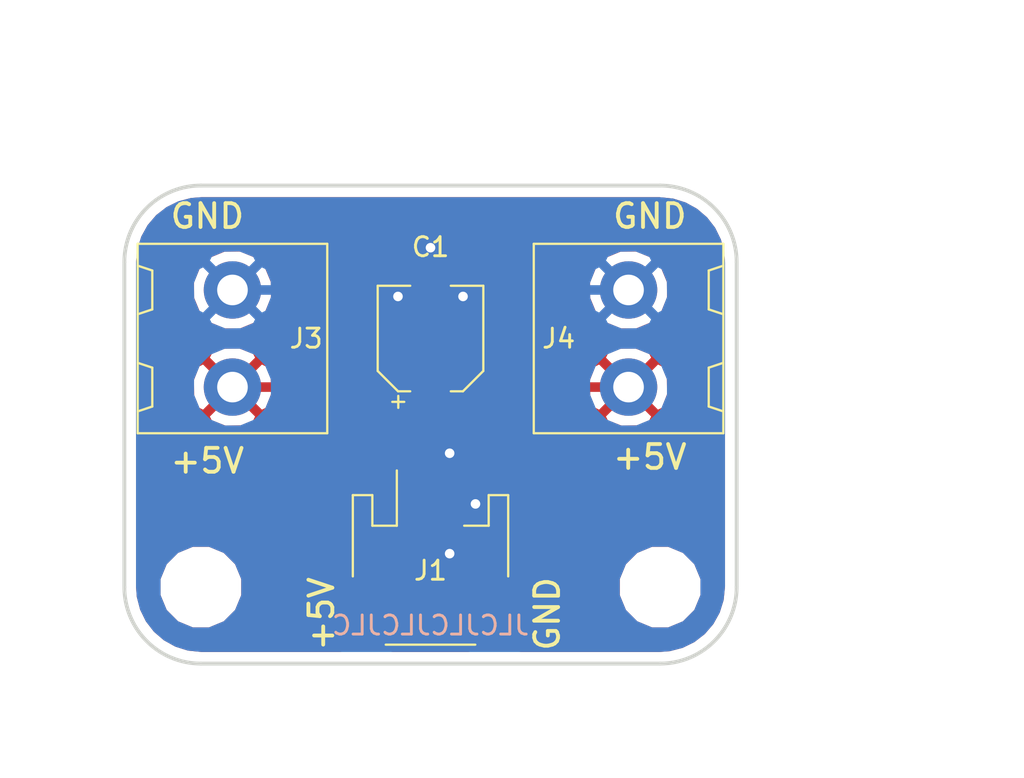
<source format=kicad_pcb>
(kicad_pcb (version 20171130) (host pcbnew 5.0.2-bee76a0~70~ubuntu18.04.1)

  (general
    (thickness 1.6)
    (drawings 17)
    (tracks 39)
    (zones 0)
    (modules 6)
    (nets 3)
  )

  (page A4)
  (layers
    (0 F.Cu signal)
    (31 B.Cu signal)
    (32 B.Adhes user)
    (33 F.Adhes user)
    (34 B.Paste user)
    (35 F.Paste user)
    (36 B.SilkS user)
    (37 F.SilkS user)
    (38 B.Mask user)
    (39 F.Mask user)
    (40 Dwgs.User user)
    (41 Cmts.User user)
    (42 Eco1.User user)
    (43 Eco2.User user)
    (44 Edge.Cuts user)
    (45 Margin user)
    (46 B.CrtYd user)
    (47 F.CrtYd user)
    (48 B.Fab user hide)
    (49 F.Fab user hide)
  )

  (setup
    (last_trace_width 0.25)
    (user_trace_width 0.5)
    (trace_clearance 0.2)
    (zone_clearance 0.508)
    (zone_45_only no)
    (trace_min 0.2)
    (segment_width 0.2)
    (edge_width 0.15)
    (via_size 0.8)
    (via_drill 0.4)
    (via_min_size 0.4)
    (via_min_drill 0.3)
    (user_via 1 0.5)
    (uvia_size 0.3)
    (uvia_drill 0.1)
    (uvias_allowed no)
    (uvia_min_size 0.2)
    (uvia_min_drill 0.1)
    (pcb_text_width 0.3)
    (pcb_text_size 1.5 1.5)
    (mod_edge_width 0.15)
    (mod_text_size 1 1)
    (mod_text_width 0.15)
    (pad_size 1.524 1.524)
    (pad_drill 0.762)
    (pad_to_mask_clearance 0.051)
    (solder_mask_min_width 0.25)
    (aux_axis_origin 0 0)
    (visible_elements FFFFFF7F)
    (pcbplotparams
      (layerselection 0x010f0_ffffffff)
      (usegerberextensions false)
      (usegerberattributes false)
      (usegerberadvancedattributes false)
      (creategerberjobfile false)
      (excludeedgelayer true)
      (linewidth 0.100000)
      (plotframeref false)
      (viasonmask false)
      (mode 1)
      (useauxorigin false)
      (hpglpennumber 1)
      (hpglpenspeed 20)
      (hpglpendiameter 15.000000)
      (psnegative false)
      (psa4output false)
      (plotreference true)
      (plotvalue true)
      (plotinvisibletext false)
      (padsonsilk false)
      (subtractmaskfromsilk false)
      (outputformat 1)
      (mirror false)
      (drillshape 0)
      (scaleselection 1)
      (outputdirectory "gerbers"))
  )

  (net 0 "")
  (net 1 GND)
  (net 2 +5V)

  (net_class Default "This is the default net class."
    (clearance 0.2)
    (trace_width 0.25)
    (via_dia 0.8)
    (via_drill 0.4)
    (uvia_dia 0.3)
    (uvia_drill 0.1)
    (add_net +5V)
    (add_net GND)
  )

  (module Capacitor_SMD:CP_Elec_5x5.3 (layer F.Cu) (tedit 5BCA39CF) (tstamp 5EFF0E06)
    (at 67.5 52 90)
    (descr "SMD capacitor, aluminum electrolytic, Nichicon, 5.0x5.3mm")
    (tags "capacitor electrolytic")
    (path /5EDB5DA8)
    (attr smd)
    (fp_text reference C1 (at 4.785 0 180) (layer F.SilkS)
      (effects (font (size 1 1) (thickness 0.15)))
    )
    (fp_text value CP1 (at 0 3.7 90) (layer F.Fab)
      (effects (font (size 1 1) (thickness 0.15)))
    )
    (fp_circle (center 0 0) (end 2.5 0) (layer F.Fab) (width 0.1))
    (fp_line (start 2.65 -2.65) (end 2.65 2.65) (layer F.Fab) (width 0.1))
    (fp_line (start -1.65 -2.65) (end 2.65 -2.65) (layer F.Fab) (width 0.1))
    (fp_line (start -1.65 2.65) (end 2.65 2.65) (layer F.Fab) (width 0.1))
    (fp_line (start -2.65 -1.65) (end -2.65 1.65) (layer F.Fab) (width 0.1))
    (fp_line (start -2.65 -1.65) (end -1.65 -2.65) (layer F.Fab) (width 0.1))
    (fp_line (start -2.65 1.65) (end -1.65 2.65) (layer F.Fab) (width 0.1))
    (fp_line (start -2.033956 -1.2) (end -1.533956 -1.2) (layer F.Fab) (width 0.1))
    (fp_line (start -1.783956 -1.45) (end -1.783956 -0.95) (layer F.Fab) (width 0.1))
    (fp_line (start 2.76 2.76) (end 2.76 1.06) (layer F.SilkS) (width 0.12))
    (fp_line (start 2.76 -2.76) (end 2.76 -1.06) (layer F.SilkS) (width 0.12))
    (fp_line (start -1.695563 -2.76) (end 2.76 -2.76) (layer F.SilkS) (width 0.12))
    (fp_line (start -1.695563 2.76) (end 2.76 2.76) (layer F.SilkS) (width 0.12))
    (fp_line (start -2.76 1.695563) (end -2.76 1.06) (layer F.SilkS) (width 0.12))
    (fp_line (start -2.76 -1.695563) (end -2.76 -1.06) (layer F.SilkS) (width 0.12))
    (fp_line (start -2.76 -1.695563) (end -1.695563 -2.76) (layer F.SilkS) (width 0.12))
    (fp_line (start -2.76 1.695563) (end -1.695563 2.76) (layer F.SilkS) (width 0.12))
    (fp_line (start -3.625 -1.685) (end -3 -1.685) (layer F.SilkS) (width 0.12))
    (fp_line (start -3.3125 -1.9975) (end -3.3125 -1.3725) (layer F.SilkS) (width 0.12))
    (fp_line (start 2.9 -2.9) (end 2.9 -1.05) (layer F.CrtYd) (width 0.05))
    (fp_line (start 2.9 -1.05) (end 3.95 -1.05) (layer F.CrtYd) (width 0.05))
    (fp_line (start 3.95 -1.05) (end 3.95 1.05) (layer F.CrtYd) (width 0.05))
    (fp_line (start 3.95 1.05) (end 2.9 1.05) (layer F.CrtYd) (width 0.05))
    (fp_line (start 2.9 1.05) (end 2.9 2.9) (layer F.CrtYd) (width 0.05))
    (fp_line (start -1.75 2.9) (end 2.9 2.9) (layer F.CrtYd) (width 0.05))
    (fp_line (start -1.75 -2.9) (end 2.9 -2.9) (layer F.CrtYd) (width 0.05))
    (fp_line (start -2.9 1.75) (end -1.75 2.9) (layer F.CrtYd) (width 0.05))
    (fp_line (start -2.9 -1.75) (end -1.75 -2.9) (layer F.CrtYd) (width 0.05))
    (fp_line (start -2.9 -1.75) (end -2.9 -1.05) (layer F.CrtYd) (width 0.05))
    (fp_line (start -2.9 1.05) (end -2.9 1.75) (layer F.CrtYd) (width 0.05))
    (fp_line (start -2.9 -1.05) (end -3.95 -1.05) (layer F.CrtYd) (width 0.05))
    (fp_line (start -3.95 -1.05) (end -3.95 1.05) (layer F.CrtYd) (width 0.05))
    (fp_line (start -3.95 1.05) (end -2.9 1.05) (layer F.CrtYd) (width 0.05))
    (fp_text user %R (at 0 0 90) (layer F.Fab)
      (effects (font (size 1 1) (thickness 0.15)))
    )
    (pad 1 smd roundrect (at -2.2 0 90) (size 3 1.6) (layers F.Cu F.Paste F.Mask) (roundrect_rratio 0.15625)
      (net 2 +5V))
    (pad 2 smd roundrect (at 2.2 0 90) (size 3 1.6) (layers F.Cu F.Paste F.Mask) (roundrect_rratio 0.15625)
      (net 1 GND))
    (model ${KISYS3DMOD}/Capacitor_SMD.3dshapes/CP_Elec_5x5.3.wrl
      (at (xyz 0 0 0))
      (scale (xyz 1 1 1))
      (rotate (xyz 0 0 0))
    )
  )

  (module MountingHole:MountingHole_3.2mm_M3 (layer F.Cu) (tedit 5EDABB9F) (tstamp 5EFED902)
    (at 55.5 65)
    (descr "Mounting Hole 3.2mm, no annular, M3")
    (tags "mounting hole 3.2mm no annular m3")
    (path /5EDB7707)
    (attr virtual)
    (fp_text reference H2 (at 0 -4.2) (layer F.SilkS) hide
      (effects (font (size 1 1) (thickness 0.15)))
    )
    (fp_text value MountingHole (at 0 4.2) (layer F.Fab)
      (effects (font (size 1 1) (thickness 0.15)))
    )
    (fp_text user %R (at 0.3 0) (layer F.Fab)
      (effects (font (size 1 1) (thickness 0.15)))
    )
    (fp_circle (center 0 0) (end 3.2 0) (layer Cmts.User) (width 0.15))
    (fp_circle (center 0 0) (end 3.45 0) (layer F.CrtYd) (width 0.05))
    (pad 1 np_thru_hole circle (at 0 0) (size 3.2 3.2) (drill 3.2) (layers *.Cu *.Mask))
  )

  (module MountingHole:MountingHole_3.2mm_M3 (layer F.Cu) (tedit 5EDABBA3) (tstamp 5EFED8FA)
    (at 79.5 65)
    (descr "Mounting Hole 3.2mm, no annular, M3")
    (tags "mounting hole 3.2mm no annular m3")
    (path /5EDB767A)
    (attr virtual)
    (fp_text reference H1 (at 0 -4.2) (layer F.SilkS) hide
      (effects (font (size 1 1) (thickness 0.15)))
    )
    (fp_text value MountingHole (at 0 4.2) (layer F.Fab)
      (effects (font (size 1 1) (thickness 0.15)))
    )
    (fp_circle (center 0 0) (end 3.45 0) (layer F.CrtYd) (width 0.05))
    (fp_circle (center 0 0) (end 3.2 0) (layer Cmts.User) (width 0.15))
    (fp_text user %R (at 0.3 0) (layer F.Fab)
      (effects (font (size 1 1) (thickness 0.15)))
    )
    (pad 1 np_thru_hole circle (at 0 0) (size 3.2 3.2) (drill 3.2) (layers *.Cu *.Mask))
  )

  (module riscv-serial:TerminalBlock_01x02_p5.08 (layer F.Cu) (tedit 5EDABE99) (tstamp 5EFF0E7B)
    (at 57.15 52 270)
    (path /5EDB5C01)
    (fp_text reference J3 (at 0 -3.85) (layer F.SilkS)
      (effects (font (size 1 1) (thickness 0.15)))
    )
    (fp_text value Conn_01x02_Female (at 0 7.62 270) (layer F.Fab)
      (effects (font (size 1 1) (thickness 0.15)))
    )
    (fp_line (start 3.556 4.191) (end 3.81 4.953) (layer F.SilkS) (width 0.12))
    (fp_line (start 1.524 4.191) (end 3.556 4.191) (layer F.SilkS) (width 0.12))
    (fp_line (start 1.27 4.953) (end 1.524 4.191) (layer F.SilkS) (width 0.12))
    (fp_line (start -1.524 4.191) (end -1.27 4.953) (layer F.SilkS) (width 0.12))
    (fp_line (start -3.556 4.191) (end -1.524 4.191) (layer F.SilkS) (width 0.12))
    (fp_line (start -3.81 4.953) (end -3.556 4.191) (layer F.SilkS) (width 0.12))
    (fp_line (start -4.953 4.953) (end -4.953 -4.953) (layer F.SilkS) (width 0.12))
    (fp_line (start 4.953 4.953) (end -4.953 4.953) (layer F.SilkS) (width 0.12))
    (fp_line (start 4.953 -4.953) (end 4.953 4.953) (layer F.SilkS) (width 0.12))
    (fp_line (start -4.953 -4.953) (end 4.953 -4.953) (layer F.SilkS) (width 0.12))
    (fp_line (start -5.08 5.15) (end -5.08 -5.15) (layer F.CrtYd) (width 0.1))
    (fp_line (start 5.08 -5.15) (end 5.08 5.15) (layer F.CrtYd) (width 0.1))
    (fp_line (start -5.08 5.15) (end 5.08 5.15) (layer F.CrtYd) (width 0.1))
    (fp_line (start -5.08 -5.15) (end 5.08 -5.15) (layer F.CrtYd) (width 0.1))
    (pad 2 thru_hole circle (at 2.54 0 270) (size 3 3) (drill 1.6) (layers *.Cu *.Mask)
      (net 2 +5V))
    (pad 1 thru_hole circle (at -2.54 0 270) (size 3 3) (drill 1.6) (layers *.Cu *.Mask)
      (net 1 GND))
    (model ${KIPRJMOD}/../package3d/Screw-Terminal-1x2-5.08.step
      (at (xyz 0 0 0))
      (scale (xyz 1 1 1))
      (rotate (xyz 0 0 0))
    )
  )

  (module riscv-serial:TerminalBlock_01x02_p5.08 (layer F.Cu) (tedit 5EDABEA6) (tstamp 5EFF0F3A)
    (at 77.85 52 90)
    (path /5EDB5CEB)
    (fp_text reference J4 (at 0 -3.65 180) (layer F.SilkS)
      (effects (font (size 1 1) (thickness 0.15)))
    )
    (fp_text value Conn_01x02_Female (at 0 7.62 90) (layer F.Fab)
      (effects (font (size 1 1) (thickness 0.15)))
    )
    (fp_line (start -5.08 -5.15) (end 5.08 -5.15) (layer F.CrtYd) (width 0.1))
    (fp_line (start -5.08 5.15) (end 5.08 5.15) (layer F.CrtYd) (width 0.1))
    (fp_line (start 5.08 -5.15) (end 5.08 5.15) (layer F.CrtYd) (width 0.1))
    (fp_line (start -5.08 5.15) (end -5.08 -5.15) (layer F.CrtYd) (width 0.1))
    (fp_line (start -4.953 -4.953) (end 4.953 -4.953) (layer F.SilkS) (width 0.12))
    (fp_line (start 4.953 -4.953) (end 4.953 4.953) (layer F.SilkS) (width 0.12))
    (fp_line (start 4.953 4.953) (end -4.953 4.953) (layer F.SilkS) (width 0.12))
    (fp_line (start -4.953 4.953) (end -4.953 -4.953) (layer F.SilkS) (width 0.12))
    (fp_line (start -3.81 4.953) (end -3.556 4.191) (layer F.SilkS) (width 0.12))
    (fp_line (start -3.556 4.191) (end -1.524 4.191) (layer F.SilkS) (width 0.12))
    (fp_line (start -1.524 4.191) (end -1.27 4.953) (layer F.SilkS) (width 0.12))
    (fp_line (start 1.27 4.953) (end 1.524 4.191) (layer F.SilkS) (width 0.12))
    (fp_line (start 1.524 4.191) (end 3.556 4.191) (layer F.SilkS) (width 0.12))
    (fp_line (start 3.556 4.191) (end 3.81 4.953) (layer F.SilkS) (width 0.12))
    (pad 1 thru_hole circle (at -2.54 0 90) (size 3 3) (drill 1.6) (layers *.Cu *.Mask)
      (net 2 +5V))
    (pad 2 thru_hole circle (at 2.54 0 90) (size 3 3) (drill 1.6) (layers *.Cu *.Mask)
      (net 1 GND))
    (model ${KIPRJMOD}/../package3d/Screw-Terminal-1x2-5.08.step
      (at (xyz 0 0 0))
      (scale (xyz 1 1 1))
      (rotate (xyz 0 0 0))
    )
  )

  (module Connector_JST:JST_PH_S2B-PH-SM4-TB_1x02-1MP_P2.00mm_Horizontal (layer F.Cu) (tedit 5B78AD87) (tstamp 5EE78F33)
    (at 67.5 63.5)
    (descr "JST PH series connector, S2B-PH-SM4-TB (http://www.jst-mfg.com/product/pdf/eng/ePH.pdf), generated with kicad-footprint-generator")
    (tags "connector JST PH top entry")
    (path /5EDB576B)
    (attr smd)
    (fp_text reference J1 (at 0 0.635) (layer F.SilkS)
      (effects (font (size 1 1) (thickness 0.15)))
    )
    (fp_text value Conn_Power (at 0 5.8) (layer F.Fab)
      (effects (font (size 1 1) (thickness 0.15)))
    )
    (fp_text user %R (at 0 1.5) (layer F.Fab)
      (effects (font (size 1 1) (thickness 0.15)))
    )
    (fp_line (start -1 -0.892893) (end -0.5 -1.6) (layer F.Fab) (width 0.1))
    (fp_line (start -1.5 -1.6) (end -1 -0.892893) (layer F.Fab) (width 0.1))
    (fp_line (start 4.6 -5.1) (end -4.6 -5.1) (layer F.CrtYd) (width 0.05))
    (fp_line (start 4.6 5.1) (end 4.6 -5.1) (layer F.CrtYd) (width 0.05))
    (fp_line (start -4.6 5.1) (end 4.6 5.1) (layer F.CrtYd) (width 0.05))
    (fp_line (start -4.6 -5.1) (end -4.6 5.1) (layer F.CrtYd) (width 0.05))
    (fp_line (start 3.95 -3.2) (end 3.95 4.4) (layer F.Fab) (width 0.1))
    (fp_line (start -3.95 -3.2) (end -3.95 4.4) (layer F.Fab) (width 0.1))
    (fp_line (start -3.95 4.4) (end 3.95 4.4) (layer F.Fab) (width 0.1))
    (fp_line (start -2.34 4.51) (end 2.34 4.51) (layer F.SilkS) (width 0.12))
    (fp_line (start 3.04 -1.71) (end 1.76 -1.71) (layer F.SilkS) (width 0.12))
    (fp_line (start 3.04 -3.31) (end 3.04 -1.71) (layer F.SilkS) (width 0.12))
    (fp_line (start 4.06 -3.31) (end 3.04 -3.31) (layer F.SilkS) (width 0.12))
    (fp_line (start 4.06 0.94) (end 4.06 -3.31) (layer F.SilkS) (width 0.12))
    (fp_line (start -1.76 -1.71) (end -1.76 -4.6) (layer F.SilkS) (width 0.12))
    (fp_line (start -3.04 -1.71) (end -1.76 -1.71) (layer F.SilkS) (width 0.12))
    (fp_line (start -3.04 -3.31) (end -3.04 -1.71) (layer F.SilkS) (width 0.12))
    (fp_line (start -4.06 -3.31) (end -3.04 -3.31) (layer F.SilkS) (width 0.12))
    (fp_line (start -4.06 0.94) (end -4.06 -3.31) (layer F.SilkS) (width 0.12))
    (fp_line (start 3.15 -3.2) (end 3.95 -3.2) (layer F.Fab) (width 0.1))
    (fp_line (start 3.15 -1.6) (end 3.15 -3.2) (layer F.Fab) (width 0.1))
    (fp_line (start -3.15 -1.6) (end 3.15 -1.6) (layer F.Fab) (width 0.1))
    (fp_line (start -3.15 -3.2) (end -3.15 -1.6) (layer F.Fab) (width 0.1))
    (fp_line (start -3.95 -3.2) (end -3.15 -3.2) (layer F.Fab) (width 0.1))
    (pad MP smd roundrect (at 3.35 2.9) (size 1.5 3.4) (layers F.Cu F.Paste F.Mask) (roundrect_rratio 0.166667)
      (net 2 +5V))
    (pad MP smd roundrect (at -3.35 2.9) (size 1.5 3.4) (layers F.Cu F.Paste F.Mask) (roundrect_rratio 0.166667)
      (net 2 +5V))
    (pad 2 smd roundrect (at 1 -2.85) (size 1 3.5) (layers F.Cu F.Paste F.Mask) (roundrect_rratio 0.25)
      (net 1 GND))
    (pad 1 smd roundrect (at -1 -2.85) (size 1 3.5) (layers F.Cu F.Paste F.Mask) (roundrect_rratio 0.25)
      (net 2 +5V))
    (model ${KIPRJMOD}/../package3d/S2B-PH-SM4-TB.STEP
      (offset (xyz -7.89 12.5 0))
      (scale (xyz 1 1 1))
      (rotate (xyz -90 0 0))
    )
  )

  (gr_text JLCJLCJLCJLC (at 67.5 67) (layer B.SilkS)
    (effects (font (size 1 1) (thickness 0.15)) (justify mirror))
  )
  (gr_text +5V (at 53.8 58.4) (layer F.SilkS) (tstamp 5EFF2945)
    (effects (font (size 1.25 1.25) (thickness 0.2)) (justify left))
  )
  (dimension 37 (width 0.3) (layer Eco1.User)
    (gr_text "37,000 mm" (at 70 35.4) (layer Eco1.User)
      (effects (font (size 1.5 1.5) (thickness 0.3)))
    )
    (feature1 (pts (xy 88.5 44) (xy 88.5 36.913579)))
    (feature2 (pts (xy 51.5 44) (xy 51.5 36.913579)))
    (crossbar (pts (xy 51.5 37.5) (xy 88.5 37.5)))
    (arrow1a (pts (xy 88.5 37.5) (xy 87.373496 38.086421)))
    (arrow1b (pts (xy 88.5 37.5) (xy 87.373496 36.913579)))
    (arrow2a (pts (xy 51.5 37.5) (xy 52.626504 38.086421)))
    (arrow2b (pts (xy 51.5 37.5) (xy 52.626504 36.913579)))
  )
  (dimension 22 (width 0.3) (layer Eco1.User)
    (gr_text "22,000 mm" (at 96.6 55 270) (layer Eco1.User)
      (effects (font (size 1.5 1.5) (thickness 0.3)))
    )
    (feature1 (pts (xy 88.5 66) (xy 95.086421 66)))
    (feature2 (pts (xy 88.5 44) (xy 95.086421 44)))
    (crossbar (pts (xy 94.5 44) (xy 94.5 66)))
    (arrow1a (pts (xy 94.5 66) (xy 93.913579 64.873496)))
    (arrow1b (pts (xy 94.5 66) (xy 95.086421 64.873496)))
    (arrow2a (pts (xy 94.5 44) (xy 93.913579 45.126504)))
    (arrow2b (pts (xy 94.5 44) (xy 95.086421 45.126504)))
  )
  (gr_text +5V (at 61.8 66.4 90) (layer F.SilkS) (tstamp 5EFF0074)
    (effects (font (size 1.25 1.25) (thickness 0.2)))
  )
  (gr_text GND (at 73.6 66.4 90) (layer F.SilkS) (tstamp 5EFEFECD)
    (effects (font (size 1.25 1.25) (thickness 0.2)))
  )
  (gr_text +5V (at 81 58.2) (layer F.SilkS) (tstamp 5EFEF4CB)
    (effects (font (size 1.25 1.25) (thickness 0.2)) (justify right))
  )
  (gr_text GND (at 81 45.6) (layer F.SilkS) (tstamp 5EFF2A53)
    (effects (font (size 1.25 1.25) (thickness 0.2)) (justify right))
  )
  (gr_text GND (at 53.8 45.6) (layer F.SilkS)
    (effects (font (size 1.25 1.25) (thickness 0.2)) (justify left))
  )
  (gr_arc (start 79.5 48) (end 83.5 48) (angle -90) (layer Edge.Cuts) (width 0.2))
  (gr_arc (start 55.5 48) (end 55.5 44) (angle -90) (layer Edge.Cuts) (width 0.2))
  (gr_arc (start 55.5 65) (end 51.5 65) (angle -90) (layer Edge.Cuts) (width 0.2))
  (gr_arc (start 79.5 65) (end 79.5 69) (angle -90) (layer Edge.Cuts) (width 0.2))
  (gr_line (start 51.5 65) (end 51.5 48) (layer Edge.Cuts) (width 0.2))
  (gr_line (start 79.5 69) (end 55.5 69) (layer Edge.Cuts) (width 0.2))
  (gr_line (start 83.5 48) (end 83.5 65) (layer Edge.Cuts) (width 0.2))
  (gr_line (start 55.5 44) (end 79.5 44) (layer Edge.Cuts) (width 0.2))

  (via (at 67.5 47.25) (size 1) (drill 0.5) (layers F.Cu B.Cu) (net 1))
  (segment (start 67.5 49.8) (end 67.5 47.25) (width 0.5) (layer F.Cu) (net 1))
  (via (at 69.2 49.8) (size 1) (drill 0.5) (layers F.Cu B.Cu) (net 1))
  (segment (start 67.5 49.8) (end 69.2 49.8) (width 0.5) (layer F.Cu) (net 1))
  (via (at 65.8 49.8) (size 1) (drill 0.5) (layers F.Cu B.Cu) (net 1))
  (segment (start 67.5 49.8) (end 65.8 49.8) (width 0.5) (layer F.Cu) (net 1))
  (segment (start 69.2 49.8) (end 73.2 49.8) (width 0.5) (layer B.Cu) (net 1))
  (segment (start 73.54 49.46) (end 77.85 49.46) (width 0.5) (layer B.Cu) (net 1))
  (segment (start 73.2 49.8) (end 73.54 49.46) (width 0.5) (layer B.Cu) (net 1))
  (segment (start 65.8 49.8) (end 61.2 49.8) (width 0.5) (layer B.Cu) (net 1))
  (segment (start 60.86 49.46) (end 57.15 49.46) (width 0.5) (layer B.Cu) (net 1))
  (segment (start 61.2 49.8) (end 60.86 49.46) (width 0.5) (layer B.Cu) (net 1))
  (segment (start 69.85 60.65) (end 71.95 60.65) (width 0.5) (layer B.Cu) (net 1) (status 1000000))
  (segment (start 71.95 60.65) (end 73.2 59.4) (width 0.5) (layer B.Cu) (net 1) (status 1000000))
  (segment (start 73.2 59.4) (end 73.2 49.8) (width 0.5) (layer B.Cu) (net 1) (status 1000000))
  (via (at 68.5 63.25) (size 1) (drill 0.5) (layers F.Cu B.Cu) (net 1) (status 1000000))
  (segment (start 68.5 63.25) (end 65.05 63.25) (width 0.5) (layer B.Cu) (net 1) (status 1000000))
  (segment (start 68.5 60.65) (end 68.5 63.25) (width 0.5) (layer F.Cu) (net 1) (status 1000000))
  (segment (start 61.2 59.4) (end 61.2 49.8) (width 0.5) (layer B.Cu) (net 1) (status 1000000))
  (segment (start 65.05 63.25) (end 61.2 59.4) (width 0.5) (layer B.Cu) (net 1) (status 1000000))
  (segment (start 69.2 54.2) (end 69.2 49.8) (width 0.5) (layer B.Cu) (net 1) (status 1000000))
  (segment (start 68.5 54.9) (end 69.2 54.2) (width 0.5) (layer B.Cu) (net 1) (status 1000000))
  (segment (start 68.5 58) (end 68.5 54.9) (width 0.5) (layer B.Cu) (net 1))
  (segment (start 68.5 60.65) (end 68.5 58) (width 0.5) (layer F.Cu) (net 1))
  (via (at 68.5 58) (size 1) (drill 0.5) (layers F.Cu B.Cu) (net 1))
  (segment (start 68.5 60.65) (end 69.85 60.65) (width 0.5) (layer F.Cu) (net 1) (status 1000000))
  (via (at 69.85 60.65) (size 1) (drill 0.5) (layers F.Cu B.Cu) (net 1))
  (segment (start 64.15 66.4) (end 66.5 66.4) (width 0.5) (layer F.Cu) (net 2))
  (segment (start 57.15 54.54) (end 61.26 54.54) (width 0.5) (layer F.Cu) (net 2))
  (segment (start 61.6 54.2) (end 67.5 54.2) (width 0.5) (layer F.Cu) (net 2))
  (segment (start 61.26 54.54) (end 61.6 54.2) (width 0.5) (layer F.Cu) (net 2))
  (segment (start 77.85 54.54) (end 74.34 54.54) (width 0.5) (layer F.Cu) (net 2))
  (segment (start 74 54.2) (end 67.5 54.2) (width 0.5) (layer F.Cu) (net 2))
  (segment (start 74.34 54.54) (end 74 54.2) (width 0.5) (layer F.Cu) (net 2))
  (segment (start 66.5 66.4) (end 70.85 66.4) (width 0.5) (layer F.Cu) (net 2))
  (segment (start 67.5 57) (end 66.5 58) (width 0.5) (layer F.Cu) (net 2) (status 1000000))
  (segment (start 67.5 54.2) (end 67.5 57) (width 0.5) (layer F.Cu) (net 2) (status 1000000))
  (segment (start 66.5 58) (end 66.5 60.65) (width 0.5) (layer F.Cu) (net 2) (status 1000000))
  (segment (start 66.5 60.65) (end 66.5 66.4) (width 0.5) (layer F.Cu) (net 2))

  (zone (net 1) (net_name GND) (layer B.Cu) (tstamp 5EEB5AF4) (hatch edge 0.508)
    (connect_pads (clearance 0.508))
    (min_thickness 0.254)
    (fill yes (arc_segments 16) (thermal_gap 0.508) (thermal_bridge_width 0.508))
    (polygon
      (pts
        (xy 50 42.5) (xy 90 42.5) (xy 90 70) (xy 50 70)
      )
    )
    (filled_polygon
      (pts
        (xy 80.155756 44.805391) (xy 80.78473 45.0025) (xy 81.361224 45.322055) (xy 81.861682 45.751001) (xy 82.265669 46.271818)
        (xy 82.556682 46.863233) (xy 82.725112 47.509848) (xy 82.765 48.028238) (xy 82.765001 64.962759) (xy 82.694609 65.655759)
        (xy 82.497499 66.284734) (xy 82.177945 66.861224) (xy 81.749002 67.36168) (xy 81.228182 67.765669) (xy 80.636767 68.056682)
        (xy 79.990153 68.225112) (xy 79.471762 68.265) (xy 55.537231 68.265) (xy 54.844241 68.194609) (xy 54.215266 67.997499)
        (xy 53.638776 67.677945) (xy 53.13832 67.249002) (xy 52.734331 66.728182) (xy 52.443318 66.136767) (xy 52.274888 65.490153)
        (xy 52.235 64.971762) (xy 52.235 64.555431) (xy 53.265 64.555431) (xy 53.265 65.444569) (xy 53.605259 66.266026)
        (xy 54.233974 66.894741) (xy 55.055431 67.235) (xy 55.944569 67.235) (xy 56.766026 66.894741) (xy 57.394741 66.266026)
        (xy 57.735 65.444569) (xy 57.735 64.555431) (xy 77.265 64.555431) (xy 77.265 65.444569) (xy 77.605259 66.266026)
        (xy 78.233974 66.894741) (xy 79.055431 67.235) (xy 79.944569 67.235) (xy 80.766026 66.894741) (xy 81.394741 66.266026)
        (xy 81.735 65.444569) (xy 81.735 64.555431) (xy 81.394741 63.733974) (xy 80.766026 63.105259) (xy 79.944569 62.765)
        (xy 79.055431 62.765) (xy 78.233974 63.105259) (xy 77.605259 63.733974) (xy 77.265 64.555431) (xy 57.735 64.555431)
        (xy 57.394741 63.733974) (xy 56.766026 63.105259) (xy 55.944569 62.765) (xy 55.055431 62.765) (xy 54.233974 63.105259)
        (xy 53.605259 63.733974) (xy 53.265 64.555431) (xy 52.235 64.555431) (xy 52.235 54.115322) (xy 55.015 54.115322)
        (xy 55.015 54.964678) (xy 55.340034 55.74938) (xy 55.94062 56.349966) (xy 56.725322 56.675) (xy 57.574678 56.675)
        (xy 58.35938 56.349966) (xy 58.959966 55.74938) (xy 59.285 54.964678) (xy 59.285 54.115322) (xy 75.715 54.115322)
        (xy 75.715 54.964678) (xy 76.040034 55.74938) (xy 76.64062 56.349966) (xy 77.425322 56.675) (xy 78.274678 56.675)
        (xy 79.05938 56.349966) (xy 79.659966 55.74938) (xy 79.985 54.964678) (xy 79.985 54.115322) (xy 79.659966 53.33062)
        (xy 79.05938 52.730034) (xy 78.274678 52.405) (xy 77.425322 52.405) (xy 76.64062 52.730034) (xy 76.040034 53.33062)
        (xy 75.715 54.115322) (xy 59.285 54.115322) (xy 58.959966 53.33062) (xy 58.35938 52.730034) (xy 57.574678 52.405)
        (xy 56.725322 52.405) (xy 55.94062 52.730034) (xy 55.340034 53.33062) (xy 55.015 54.115322) (xy 52.235 54.115322)
        (xy 52.235 50.97397) (xy 55.815635 50.97397) (xy 55.975418 51.292739) (xy 56.766187 51.602723) (xy 57.615387 51.586497)
        (xy 58.324582 51.292739) (xy 58.484365 50.97397) (xy 76.515635 50.97397) (xy 76.675418 51.292739) (xy 77.466187 51.602723)
        (xy 78.315387 51.586497) (xy 79.024582 51.292739) (xy 79.184365 50.97397) (xy 77.85 49.639605) (xy 76.515635 50.97397)
        (xy 58.484365 50.97397) (xy 57.15 49.639605) (xy 55.815635 50.97397) (xy 52.235 50.97397) (xy 52.235 49.076187)
        (xy 55.007277 49.076187) (xy 55.023503 49.925387) (xy 55.317261 50.634582) (xy 55.63603 50.794365) (xy 56.970395 49.46)
        (xy 57.329605 49.46) (xy 58.66397 50.794365) (xy 58.982739 50.634582) (xy 59.292723 49.843813) (xy 59.278056 49.076187)
        (xy 75.707277 49.076187) (xy 75.723503 49.925387) (xy 76.017261 50.634582) (xy 76.33603 50.794365) (xy 77.670395 49.46)
        (xy 78.029605 49.46) (xy 79.36397 50.794365) (xy 79.682739 50.634582) (xy 79.992723 49.843813) (xy 79.976497 48.994613)
        (xy 79.682739 48.285418) (xy 79.36397 48.125635) (xy 78.029605 49.46) (xy 77.670395 49.46) (xy 76.33603 48.125635)
        (xy 76.017261 48.285418) (xy 75.707277 49.076187) (xy 59.278056 49.076187) (xy 59.276497 48.994613) (xy 58.982739 48.285418)
        (xy 58.66397 48.125635) (xy 57.329605 49.46) (xy 56.970395 49.46) (xy 55.63603 48.125635) (xy 55.317261 48.285418)
        (xy 55.007277 49.076187) (xy 52.235 49.076187) (xy 52.235 48.03723) (xy 52.244263 47.94603) (xy 55.815635 47.94603)
        (xy 57.15 49.280395) (xy 58.484365 47.94603) (xy 76.515635 47.94603) (xy 77.85 49.280395) (xy 79.184365 47.94603)
        (xy 79.024582 47.627261) (xy 78.233813 47.317277) (xy 77.384613 47.333503) (xy 76.675418 47.627261) (xy 76.515635 47.94603)
        (xy 58.484365 47.94603) (xy 58.324582 47.627261) (xy 57.533813 47.317277) (xy 56.684613 47.333503) (xy 55.975418 47.627261)
        (xy 55.815635 47.94603) (xy 52.244263 47.94603) (xy 52.305391 47.344244) (xy 52.5025 46.71527) (xy 52.822055 46.138776)
        (xy 53.251001 45.638318) (xy 53.771818 45.234331) (xy 54.363233 44.943318) (xy 55.009848 44.774888) (xy 55.528238 44.735)
        (xy 79.46277 44.735)
      )
    )
  )
  (zone (net 2) (net_name +5V) (layer F.Cu) (tstamp 5EEB5AF1) (hatch edge 0.508)
    (connect_pads (clearance 0.508))
    (min_thickness 0.254)
    (fill yes (arc_segments 16) (thermal_gap 0.508) (thermal_bridge_width 0.508))
    (polygon
      (pts
        (xy 45 40) (xy 95 40) (xy 95 75) (xy 45 75)
      )
    )
    (filled_polygon
      (pts
        (xy 80.155756 44.805391) (xy 80.78473 45.0025) (xy 81.361224 45.322055) (xy 81.861682 45.751001) (xy 82.265669 46.271818)
        (xy 82.556682 46.863233) (xy 82.725112 47.509848) (xy 82.765 48.028238) (xy 82.765001 64.962759) (xy 82.694609 65.655759)
        (xy 82.497499 66.284734) (xy 82.177945 66.861224) (xy 81.749002 67.36168) (xy 81.228182 67.765669) (xy 80.636767 68.056682)
        (xy 79.990153 68.225112) (xy 79.471762 68.265) (xy 72.218974 68.265) (xy 72.235 68.22631) (xy 72.235 66.68575)
        (xy 72.07625 66.527) (xy 70.977 66.527) (xy 70.977 66.547) (xy 70.723 66.547) (xy 70.723 66.527)
        (xy 69.62375 66.527) (xy 69.465 66.68575) (xy 69.465 68.22631) (xy 69.481026 68.265) (xy 65.518974 68.265)
        (xy 65.535 68.22631) (xy 65.535 66.68575) (xy 65.37625 66.527) (xy 64.277 66.527) (xy 64.277 66.547)
        (xy 64.023 66.547) (xy 64.023 66.527) (xy 62.92375 66.527) (xy 62.765 66.68575) (xy 62.765 68.22631)
        (xy 62.781026 68.265) (xy 55.537231 68.265) (xy 54.844241 68.194609) (xy 54.215266 67.997499) (xy 53.638776 67.677945)
        (xy 53.13832 67.249002) (xy 52.734331 66.728182) (xy 52.443318 66.136767) (xy 52.274888 65.490153) (xy 52.235 64.971762)
        (xy 52.235 64.555431) (xy 53.265 64.555431) (xy 53.265 65.444569) (xy 53.605259 66.266026) (xy 54.233974 66.894741)
        (xy 55.055431 67.235) (xy 55.944569 67.235) (xy 56.766026 66.894741) (xy 57.394741 66.266026) (xy 57.735 65.444569)
        (xy 57.735 64.57369) (xy 62.765 64.57369) (xy 62.765 66.11425) (xy 62.92375 66.273) (xy 64.023 66.273)
        (xy 64.023 64.22375) (xy 64.277 64.22375) (xy 64.277 66.273) (xy 65.37625 66.273) (xy 65.535 66.11425)
        (xy 65.535 64.57369) (xy 69.465 64.57369) (xy 69.465 66.11425) (xy 69.62375 66.273) (xy 70.723 66.273)
        (xy 70.723 64.22375) (xy 70.977 64.22375) (xy 70.977 66.273) (xy 72.07625 66.273) (xy 72.235 66.11425)
        (xy 72.235 64.57369) (xy 72.227437 64.555431) (xy 77.265 64.555431) (xy 77.265 65.444569) (xy 77.605259 66.266026)
        (xy 78.233974 66.894741) (xy 79.055431 67.235) (xy 79.944569 67.235) (xy 80.766026 66.894741) (xy 81.394741 66.266026)
        (xy 81.735 65.444569) (xy 81.735 64.555431) (xy 81.394741 63.733974) (xy 80.766026 63.105259) (xy 79.944569 62.765)
        (xy 79.055431 62.765) (xy 78.233974 63.105259) (xy 77.605259 63.733974) (xy 77.265 64.555431) (xy 72.227437 64.555431)
        (xy 72.138327 64.340301) (xy 71.959698 64.161673) (xy 71.726309 64.065) (xy 71.13575 64.065) (xy 70.977 64.22375)
        (xy 70.723 64.22375) (xy 70.56425 64.065) (xy 69.973691 64.065) (xy 69.740302 64.161673) (xy 69.561673 64.340301)
        (xy 69.465 64.57369) (xy 65.535 64.57369) (xy 65.438327 64.340301) (xy 65.259698 64.161673) (xy 65.026309 64.065)
        (xy 64.43575 64.065) (xy 64.277 64.22375) (xy 64.023 64.22375) (xy 63.86425 64.065) (xy 63.273691 64.065)
        (xy 63.040302 64.161673) (xy 62.861673 64.340301) (xy 62.765 64.57369) (xy 57.735 64.57369) (xy 57.735 64.555431)
        (xy 57.394741 63.733974) (xy 56.766026 63.105259) (xy 55.944569 62.765) (xy 55.055431 62.765) (xy 54.233974 63.105259)
        (xy 53.605259 63.733974) (xy 53.265 64.555431) (xy 52.235 64.555431) (xy 52.235 60.93575) (xy 65.365 60.93575)
        (xy 65.365 62.52631) (xy 65.461673 62.759699) (xy 65.640302 62.938327) (xy 65.873691 63.035) (xy 66.21425 63.035)
        (xy 66.373 62.87625) (xy 66.373 60.777) (xy 65.52375 60.777) (xy 65.365 60.93575) (xy 52.235 60.93575)
        (xy 52.235 58.77369) (xy 65.365 58.77369) (xy 65.365 60.36425) (xy 65.52375 60.523) (xy 66.373 60.523)
        (xy 66.373 58.42375) (xy 66.627 58.42375) (xy 66.627 60.523) (xy 66.647 60.523) (xy 66.647 60.777)
        (xy 66.627 60.777) (xy 66.627 62.87625) (xy 66.78575 63.035) (xy 67.126309 63.035) (xy 67.359698 62.938327)
        (xy 67.429494 62.868531) (xy 67.365 63.024234) (xy 67.365 63.475766) (xy 67.537793 63.892926) (xy 67.857074 64.212207)
        (xy 68.274234 64.385) (xy 68.725766 64.385) (xy 69.142926 64.212207) (xy 69.462207 63.892926) (xy 69.635 63.475766)
        (xy 69.635 63.024234) (xy 69.477893 62.644942) (xy 69.579126 62.493435) (xy 69.64744 62.15) (xy 69.64744 61.785)
        (xy 70.075766 61.785) (xy 70.492926 61.612207) (xy 70.812207 61.292926) (xy 70.985 60.875766) (xy 70.985 60.424234)
        (xy 70.812207 60.007074) (xy 70.492926 59.687793) (xy 70.075766 59.515) (xy 69.64744 59.515) (xy 69.64744 59.15)
        (xy 69.579126 58.806565) (xy 69.465108 58.635924) (xy 69.635 58.225766) (xy 69.635 57.774234) (xy 69.462207 57.357074)
        (xy 69.142926 57.037793) (xy 68.725766 56.865) (xy 68.274234 56.865) (xy 67.857074 57.037793) (xy 67.537793 57.357074)
        (xy 67.365 57.774234) (xy 67.365 58.225766) (xy 67.464849 58.466824) (xy 67.359698 58.361673) (xy 67.126309 58.265)
        (xy 66.78575 58.265) (xy 66.627 58.42375) (xy 66.373 58.42375) (xy 66.21425 58.265) (xy 65.873691 58.265)
        (xy 65.640302 58.361673) (xy 65.461673 58.540301) (xy 65.365 58.77369) (xy 52.235 58.77369) (xy 52.235 56.05397)
        (xy 55.815635 56.05397) (xy 55.975418 56.372739) (xy 56.766187 56.682723) (xy 57.615387 56.666497) (xy 58.324582 56.372739)
        (xy 58.484365 56.05397) (xy 57.15 54.719605) (xy 55.815635 56.05397) (xy 52.235 56.05397) (xy 52.235 54.156187)
        (xy 55.007277 54.156187) (xy 55.023503 55.005387) (xy 55.317261 55.714582) (xy 55.63603 55.874365) (xy 56.970395 54.54)
        (xy 57.329605 54.54) (xy 58.66397 55.874365) (xy 58.982739 55.714582) (xy 59.292723 54.923813) (xy 59.284353 54.48575)
        (xy 66.065 54.48575) (xy 66.065 55.826309) (xy 66.161673 56.059698) (xy 66.340301 56.238327) (xy 66.57369 56.335)
        (xy 67.21425 56.335) (xy 67.373 56.17625) (xy 67.373 54.327) (xy 67.627 54.327) (xy 67.627 56.17625)
        (xy 67.78575 56.335) (xy 68.42631 56.335) (xy 68.659699 56.238327) (xy 68.838327 56.059698) (xy 68.840699 56.05397)
        (xy 76.515635 56.05397) (xy 76.675418 56.372739) (xy 77.466187 56.682723) (xy 78.315387 56.666497) (xy 79.024582 56.372739)
        (xy 79.184365 56.05397) (xy 77.85 54.719605) (xy 76.515635 56.05397) (xy 68.840699 56.05397) (xy 68.935 55.826309)
        (xy 68.935 54.48575) (xy 68.77625 54.327) (xy 67.627 54.327) (xy 67.373 54.327) (xy 66.22375 54.327)
        (xy 66.065 54.48575) (xy 59.284353 54.48575) (xy 59.278056 54.156187) (xy 75.707277 54.156187) (xy 75.723503 55.005387)
        (xy 76.017261 55.714582) (xy 76.33603 55.874365) (xy 77.670395 54.54) (xy 78.029605 54.54) (xy 79.36397 55.874365)
        (xy 79.682739 55.714582) (xy 79.992723 54.923813) (xy 79.976497 54.074613) (xy 79.682739 53.365418) (xy 79.36397 53.205635)
        (xy 78.029605 54.54) (xy 77.670395 54.54) (xy 76.33603 53.205635) (xy 76.017261 53.365418) (xy 75.707277 54.156187)
        (xy 59.278056 54.156187) (xy 59.276497 54.074613) (xy 58.982739 53.365418) (xy 58.66397 53.205635) (xy 57.329605 54.54)
        (xy 56.970395 54.54) (xy 55.63603 53.205635) (xy 55.317261 53.365418) (xy 55.007277 54.156187) (xy 52.235 54.156187)
        (xy 52.235 53.02603) (xy 55.815635 53.02603) (xy 57.15 54.360395) (xy 58.484365 53.02603) (xy 58.324582 52.707261)
        (xy 57.983846 52.573691) (xy 66.065 52.573691) (xy 66.065 53.91425) (xy 66.22375 54.073) (xy 67.373 54.073)
        (xy 67.373 52.22375) (xy 67.627 52.22375) (xy 67.627 54.073) (xy 68.77625 54.073) (xy 68.935 53.91425)
        (xy 68.935 53.02603) (xy 76.515635 53.02603) (xy 77.85 54.360395) (xy 79.184365 53.02603) (xy 79.024582 52.707261)
        (xy 78.233813 52.397277) (xy 77.384613 52.413503) (xy 76.675418 52.707261) (xy 76.515635 53.02603) (xy 68.935 53.02603)
        (xy 68.935 52.573691) (xy 68.838327 52.340302) (xy 68.659699 52.161673) (xy 68.42631 52.065) (xy 67.78575 52.065)
        (xy 67.627 52.22375) (xy 67.373 52.22375) (xy 67.21425 52.065) (xy 66.57369 52.065) (xy 66.340301 52.161673)
        (xy 66.161673 52.340302) (xy 66.065 52.573691) (xy 57.983846 52.573691) (xy 57.533813 52.397277) (xy 56.684613 52.413503)
        (xy 55.975418 52.707261) (xy 55.815635 53.02603) (xy 52.235 53.02603) (xy 52.235 49.035322) (xy 55.015 49.035322)
        (xy 55.015 49.884678) (xy 55.340034 50.66938) (xy 55.94062 51.269966) (xy 56.725322 51.595) (xy 57.574678 51.595)
        (xy 58.35938 51.269966) (xy 58.959966 50.66938) (xy 59.285 49.884678) (xy 59.285 49.574234) (xy 64.665 49.574234)
        (xy 64.665 50.025766) (xy 64.837793 50.442926) (xy 65.157074 50.762207) (xy 65.574234 50.935) (xy 66.025766 50.935)
        (xy 66.05256 50.923902) (xy 66.05256 51.05) (xy 66.120874 51.393435) (xy 66.315414 51.684586) (xy 66.606565 51.879126)
        (xy 66.95 51.94744) (xy 68.05 51.94744) (xy 68.393435 51.879126) (xy 68.684586 51.684586) (xy 68.879126 51.393435)
        (xy 68.94744 51.05) (xy 68.94744 50.923902) (xy 68.974234 50.935) (xy 69.425766 50.935) (xy 69.842926 50.762207)
        (xy 70.162207 50.442926) (xy 70.335 50.025766) (xy 70.335 49.574234) (xy 70.162207 49.157074) (xy 70.040455 49.035322)
        (xy 75.715 49.035322) (xy 75.715 49.884678) (xy 76.040034 50.66938) (xy 76.64062 51.269966) (xy 77.425322 51.595)
        (xy 78.274678 51.595) (xy 79.05938 51.269966) (xy 79.659966 50.66938) (xy 79.985 49.884678) (xy 79.985 49.035322)
        (xy 79.659966 48.25062) (xy 79.05938 47.650034) (xy 78.274678 47.325) (xy 77.425322 47.325) (xy 76.64062 47.650034)
        (xy 76.040034 48.25062) (xy 75.715 49.035322) (xy 70.040455 49.035322) (xy 69.842926 48.837793) (xy 69.425766 48.665)
        (xy 68.974234 48.665) (xy 68.94744 48.676098) (xy 68.94744 48.55) (xy 68.879126 48.206565) (xy 68.684586 47.915414)
        (xy 68.503117 47.794161) (xy 68.635 47.475766) (xy 68.635 47.024234) (xy 68.462207 46.607074) (xy 68.142926 46.287793)
        (xy 67.725766 46.115) (xy 67.274234 46.115) (xy 66.857074 46.287793) (xy 66.537793 46.607074) (xy 66.365 47.024234)
        (xy 66.365 47.475766) (xy 66.496883 47.794161) (xy 66.315414 47.915414) (xy 66.120874 48.206565) (xy 66.05256 48.55)
        (xy 66.05256 48.676098) (xy 66.025766 48.665) (xy 65.574234 48.665) (xy 65.157074 48.837793) (xy 64.837793 49.157074)
        (xy 64.665 49.574234) (xy 59.285 49.574234) (xy 59.285 49.035322) (xy 58.959966 48.25062) (xy 58.35938 47.650034)
        (xy 57.574678 47.325) (xy 56.725322 47.325) (xy 55.94062 47.650034) (xy 55.340034 48.25062) (xy 55.015 49.035322)
        (xy 52.235 49.035322) (xy 52.235 48.03723) (xy 52.305391 47.344244) (xy 52.5025 46.71527) (xy 52.822055 46.138776)
        (xy 53.251001 45.638318) (xy 53.771818 45.234331) (xy 54.363233 44.943318) (xy 55.009848 44.774888) (xy 55.528238 44.735)
        (xy 79.46277 44.735)
      )
    )
  )
)

</source>
